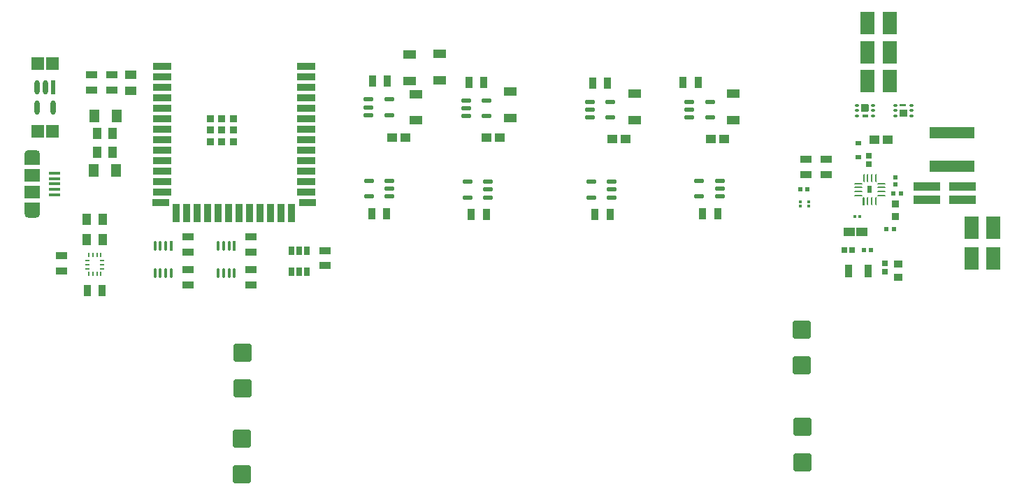
<source format=gtp>
G04*
G04 #@! TF.GenerationSoftware,Altium Limited,Altium Designer,25.8.1 (18)*
G04*
G04 Layer_Color=8421504*
%FSLAX25Y25*%
%MOIN*%
G70*
G04*
G04 #@! TF.SameCoordinates,5F6CD9CC-33C6-4A7B-A0D4-F81A13939800*
G04*
G04*
G04 #@! TF.FilePolarity,Positive*
G04*
G01*
G75*
%ADD16R,0.02019X0.03594*%
%ADD17C,0.01968*%
%ADD18R,0.06299X0.03937*%
%ADD19R,0.01575X0.01496*%
%ADD20R,0.02816X0.02648*%
%ADD21R,0.03765X0.06127*%
%ADD22R,0.01496X0.01575*%
%ADD23R,0.05241X0.03985*%
G04:AMPARAMS|DCode=24|XSize=37.68mil|YSize=9.42mil|CornerRadius=4.71mil|HoleSize=0mil|Usage=FLASHONLY|Rotation=90.000|XOffset=0mil|YOffset=0mil|HoleType=Round|Shape=RoundedRectangle|*
%AMROUNDEDRECTD24*
21,1,0.03768,0.00000,0,0,90.0*
21,1,0.02826,0.00942,0,0,90.0*
1,1,0.00942,0.00000,0.01413*
1,1,0.00942,0.00000,-0.01413*
1,1,0.00942,0.00000,-0.01413*
1,1,0.00942,0.00000,0.01413*
%
%ADD24ROUNDEDRECTD24*%
G04:AMPARAMS|DCode=25|XSize=9.42mil|YSize=37.68mil|CornerRadius=4.71mil|HoleSize=0mil|Usage=FLASHONLY|Rotation=90.000|XOffset=0mil|YOffset=0mil|HoleType=Round|Shape=RoundedRectangle|*
%AMROUNDEDRECTD25*
21,1,0.00942,0.02826,0,0,90.0*
21,1,0.00000,0.03768,0,0,90.0*
1,1,0.00942,0.01413,0.00000*
1,1,0.00942,0.01413,0.00000*
1,1,0.00942,-0.01413,0.00000*
1,1,0.00942,-0.01413,0.00000*
%
%ADD25ROUNDEDRECTD25*%
%ADD26R,0.02648X0.02631*%
%ADD27R,0.06506X0.11040*%
%ADD28R,0.05138X0.04355*%
%ADD29R,0.02362X0.02126*%
G04:AMPARAMS|DCode=30|XSize=17.72mil|YSize=11.81mil|CornerRadius=1.95mil|HoleSize=0mil|Usage=FLASHONLY|Rotation=180.000|XOffset=0mil|YOffset=0mil|HoleType=Round|Shape=RoundedRectangle|*
%AMROUNDEDRECTD30*
21,1,0.01772,0.00791,0,0,180.0*
21,1,0.01382,0.01181,0,0,180.0*
1,1,0.00390,-0.00691,0.00396*
1,1,0.00390,0.00691,0.00396*
1,1,0.00390,0.00691,-0.00396*
1,1,0.00390,-0.00691,-0.00396*
%
%ADD30ROUNDEDRECTD30*%
%ADD31R,0.03740X0.05512*%
G04:AMPARAMS|DCode=32|XSize=47.64mil|YSize=23.23mil|CornerRadius=5.81mil|HoleSize=0mil|Usage=FLASHONLY|Rotation=180.000|XOffset=0mil|YOffset=0mil|HoleType=Round|Shape=RoundedRectangle|*
%AMROUNDEDRECTD32*
21,1,0.04764,0.01161,0,0,180.0*
21,1,0.03602,0.02323,0,0,180.0*
1,1,0.01161,-0.01801,0.00581*
1,1,0.01161,0.01801,0.00581*
1,1,0.01161,0.01801,-0.00581*
1,1,0.01161,-0.01801,-0.00581*
%
%ADD32ROUNDEDRECTD32*%
G04:AMPARAMS|DCode=33|XSize=88.58mil|YSize=83.86mil|CornerRadius=6.29mil|HoleSize=0mil|Usage=FLASHONLY|Rotation=90.000|XOffset=0mil|YOffset=0mil|HoleType=Round|Shape=RoundedRectangle|*
%AMROUNDEDRECTD33*
21,1,0.08858,0.07128,0,0,90.0*
21,1,0.07600,0.08386,0,0,90.0*
1,1,0.01258,0.03564,0.03800*
1,1,0.01258,0.03564,-0.03800*
1,1,0.01258,-0.03564,-0.03800*
1,1,0.01258,-0.03564,0.03800*
%
%ADD33ROUNDEDRECTD33*%
%ADD34R,0.05512X0.03740*%
G04:AMPARAMS|DCode=35|XSize=43.31mil|YSize=23.62mil|CornerRadius=2.01mil|HoleSize=0mil|Usage=FLASHONLY|Rotation=90.000|XOffset=0mil|YOffset=0mil|HoleType=Round|Shape=RoundedRectangle|*
%AMROUNDEDRECTD35*
21,1,0.04331,0.01961,0,0,90.0*
21,1,0.03929,0.02362,0,0,90.0*
1,1,0.00402,0.00980,0.01965*
1,1,0.00402,0.00980,-0.01965*
1,1,0.00402,-0.00980,-0.01965*
1,1,0.00402,-0.00980,0.01965*
%
%ADD35ROUNDEDRECTD35*%
G04:AMPARAMS|DCode=36|XSize=49.38mil|YSize=13.22mil|CornerRadius=6.61mil|HoleSize=0mil|Usage=FLASHONLY|Rotation=270.000|XOffset=0mil|YOffset=0mil|HoleType=Round|Shape=RoundedRectangle|*
%AMROUNDEDRECTD36*
21,1,0.04938,0.00000,0,0,270.0*
21,1,0.03615,0.01322,0,0,270.0*
1,1,0.01322,0.00000,-0.01808*
1,1,0.01322,0.00000,0.01808*
1,1,0.01322,0.00000,0.01808*
1,1,0.01322,0.00000,-0.01808*
%
%ADD36ROUNDEDRECTD36*%
%ADD37R,0.04724X0.05906*%
%ADD38R,0.05906X0.06102*%
G04:AMPARAMS|DCode=39|XSize=67.21mil|YSize=24.25mil|CornerRadius=12.12mil|HoleSize=0mil|Usage=FLASHONLY|Rotation=270.000|XOffset=0mil|YOffset=0mil|HoleType=Round|Shape=RoundedRectangle|*
%AMROUNDEDRECTD39*
21,1,0.06721,0.00000,0,0,270.0*
21,1,0.04296,0.02425,0,0,270.0*
1,1,0.02425,0.00000,-0.02148*
1,1,0.02425,0.00000,0.02148*
1,1,0.02425,0.00000,0.02148*
1,1,0.02425,0.00000,-0.02148*
%
%ADD39ROUNDEDRECTD39*%
%ADD40R,0.01000X0.01900*%
%ADD41R,0.01900X0.01000*%
%ADD42R,0.05315X0.01575*%
%ADD43R,0.08900X0.03543*%
%ADD44R,0.03543X0.03543*%
%ADD45R,0.12992X0.04134*%
%ADD46R,0.02165X0.02165*%
%ADD47R,0.01843X0.01860*%
%ADD48C,0.00848*%
%ADD49R,0.02237X0.02254*%
%ADD50R,0.03661X0.03504*%
%ADD51R,0.03937X0.03543*%
%ADD52R,0.03150X0.02362*%
%ADD53R,0.02559X0.02559*%
%ADD54R,0.21654X0.05630*%
%ADD55R,0.04748X0.04166*%
%ADD56R,0.03543X0.08900*%
%ADD57R,0.08000X0.03543*%
%ADD58R,0.03963X0.05544*%
%ADD59R,0.05544X0.03963*%
%ADD60R,0.01322X0.04938*%
%ADD61R,0.02425X0.06721*%
%ADD62R,0.07480X0.05906*%
G36*
X422840Y183455D02*
X422896Y183399D01*
X422926Y183327D01*
Y183288D01*
Y182540D01*
Y182501D01*
X422896Y182428D01*
X422840Y182373D01*
X422768Y182343D01*
X420327D01*
X420255Y182373D01*
X420200Y182428D01*
X420170Y182501D01*
Y182540D01*
Y183288D01*
Y183327D01*
X420200Y183399D01*
X420255Y183455D01*
X420327Y183485D01*
X422768D01*
X422840Y183455D01*
D02*
G37*
G36*
X405108Y183297D02*
X405163Y183242D01*
X405193Y183170D01*
Y183130D01*
Y180138D01*
Y180099D01*
X405163Y180027D01*
X405108Y179971D01*
X405036Y179941D01*
X401808D01*
X401735Y179971D01*
X401680Y180027D01*
X401650Y180099D01*
Y180138D01*
Y183130D01*
Y183170D01*
X401680Y183242D01*
X401735Y183297D01*
X401808Y183327D01*
X405036D01*
X405108Y183297D01*
D02*
G37*
G36*
X423608Y180738D02*
X423663Y180683D01*
X423693Y180611D01*
Y180571D01*
Y177579D01*
Y177540D01*
X423663Y177468D01*
X423608Y177412D01*
X423536Y177382D01*
X420308D01*
X420235Y177412D01*
X420180Y177468D01*
X420150Y177540D01*
Y177579D01*
Y180571D01*
Y180611D01*
X420180Y180683D01*
X420235Y180738D01*
X420308Y180768D01*
X423536D01*
X423608Y180738D01*
D02*
G37*
G36*
X405088Y178337D02*
X405144Y178281D01*
X405174Y178209D01*
Y178170D01*
Y177422D01*
Y177383D01*
X405144Y177310D01*
X405088Y177255D01*
X405016Y177225D01*
X402575D01*
X402503Y177255D01*
X402448Y177310D01*
X402418Y177383D01*
Y177422D01*
Y178170D01*
Y178209D01*
X402448Y178281D01*
X402503Y178337D01*
X402575Y178367D01*
X405016D01*
X405088Y178337D01*
D02*
G37*
G36*
X8162Y159556D02*
X4618D01*
Y161524D01*
X8162Y161524D01*
Y159556D01*
D02*
G37*
G36*
X10130Y154437D02*
X2650D01*
Y159556D01*
X10130D01*
Y154437D01*
D02*
G37*
G36*
X403120Y138967D02*
X403253Y138835D01*
X403325Y138662D01*
Y138568D01*
Y135271D01*
X402383D01*
Y138568D01*
Y138662D01*
X402454Y138835D01*
X402587Y138967D01*
X402760Y139039D01*
X402947D01*
X403120Y138967D01*
D02*
G37*
G36*
X10130Y131209D02*
X2650D01*
Y136327D01*
X10130D01*
Y131209D01*
D02*
G37*
G36*
X8162Y129241D02*
X4619Y129241D01*
Y131209D01*
X8162D01*
Y129241D01*
D02*
G37*
D16*
X405806Y142669D02*
D03*
D17*
X5603Y159556D02*
G03*
X5603Y159556I-984J0D01*
G01*
X9146D02*
G03*
X9146Y159556I-984J0D01*
G01*
X5603Y131209D02*
G03*
X5603Y131209I-984J0D01*
G01*
X9146D02*
G03*
X9146Y131209I-984J0D01*
G01*
D18*
X186205Y194583D02*
D03*
X200705Y194784D02*
D03*
X186205Y207182D02*
D03*
X234205Y176957D02*
D03*
X200705Y207382D02*
D03*
X189205Y188256D02*
D03*
X234205Y189556D02*
D03*
X293705Y188481D02*
D03*
X340705D02*
D03*
Y175882D02*
D03*
X189205Y175658D02*
D03*
X293705Y175882D02*
D03*
D19*
X372552Y134642D02*
D03*
X376552Y134748D02*
D03*
X372552Y136855D02*
D03*
X376552Y136961D02*
D03*
D20*
X393653Y113855D02*
D03*
X397422D02*
D03*
D21*
X395796Y103855D02*
D03*
X405048D02*
D03*
D22*
X398709Y129855D02*
D03*
X400922D02*
D03*
D23*
X396091Y122355D02*
D03*
X401922D02*
D03*
D24*
X408759Y148183D02*
D03*
X402853D02*
D03*
X404822D02*
D03*
X406790D02*
D03*
X408759Y137155D02*
D03*
X406790D02*
D03*
X404822D02*
D03*
D25*
X400292Y139716D02*
D03*
X411320Y143653D02*
D03*
X400292Y141685D02*
D03*
Y143653D02*
D03*
Y145622D02*
D03*
X411320D02*
D03*
Y141685D02*
D03*
Y139716D02*
D03*
D26*
X412922Y103378D02*
D03*
Y107332D02*
D03*
D27*
X464639Y109855D02*
D03*
Y124355D02*
D03*
X415217Y194500D02*
D03*
Y208000D02*
D03*
Y222000D02*
D03*
X454204Y124355D02*
D03*
Y109855D02*
D03*
X404782Y194500D02*
D03*
Y208000D02*
D03*
Y222000D02*
D03*
D28*
X414422Y166355D02*
D03*
X408118D02*
D03*
D29*
X417922Y148556D02*
D03*
Y145154D02*
D03*
D30*
X418083Y182914D02*
D03*
X407260D02*
D03*
Y180355D02*
D03*
Y177796D02*
D03*
X399583D02*
D03*
Y180355D02*
D03*
Y182914D02*
D03*
X418083Y177796D02*
D03*
Y180355D02*
D03*
X425760Y182914D02*
D03*
Y180355D02*
D03*
Y177796D02*
D03*
D31*
X316705Y193882D02*
D03*
X221847Y193957D02*
D03*
X273563Y193382D02*
D03*
X175847Y194457D02*
D03*
X333355Y131201D02*
D03*
X281855Y130701D02*
D03*
X175496Y131201D02*
D03*
X222996Y130701D02*
D03*
X39847Y94382D02*
D03*
X32563D02*
D03*
X168213Y131201D02*
D03*
X168563Y194457D02*
D03*
X215713Y130701D02*
D03*
X274571D02*
D03*
X326071Y131201D02*
D03*
X214563Y193957D02*
D03*
X280847Y193382D02*
D03*
X323989Y193882D02*
D03*
D32*
X334296Y146941D02*
D03*
X319764Y177142D02*
D03*
X282796Y146441D02*
D03*
X272264Y177142D02*
D03*
X223796Y146441D02*
D03*
X213264Y177717D02*
D03*
X166705Y178217D02*
D03*
X176796Y146941D02*
D03*
X223796Y142701D02*
D03*
X176796Y139461D02*
D03*
X223796Y138961D02*
D03*
X282796D02*
D03*
X334296Y139461D02*
D03*
X166914D02*
D03*
X176587Y185697D02*
D03*
X213914Y138961D02*
D03*
X272914D02*
D03*
X324414Y139461D02*
D03*
X329646Y184623D02*
D03*
X223146Y185197D02*
D03*
X282146Y184623D02*
D03*
X334296Y143201D02*
D03*
X176796D02*
D03*
X329646Y177142D02*
D03*
X319764Y180882D02*
D03*
Y184623D02*
D03*
X282146Y177142D02*
D03*
X272264Y180882D02*
D03*
Y184623D02*
D03*
X223146Y177717D02*
D03*
X213264Y181457D02*
D03*
Y185197D02*
D03*
X176587Y178217D02*
D03*
X166705Y181957D02*
D03*
Y185697D02*
D03*
X324414Y146941D02*
D03*
X272914Y146441D02*
D03*
X282796Y142701D02*
D03*
X213914Y146441D02*
D03*
X166914Y146941D02*
D03*
D33*
X373205Y75945D02*
D03*
X373705Y29445D02*
D03*
X106705Y47819D02*
D03*
X106205Y6819D02*
D03*
X373205Y58819D02*
D03*
X106705Y64945D02*
D03*
X373705Y12319D02*
D03*
X106205Y23945D02*
D03*
D34*
X146174Y106322D02*
D03*
X110674Y112822D02*
D03*
X110705Y104464D02*
D03*
X44205Y190241D02*
D03*
X80705Y104464D02*
D03*
X80674Y112822D02*
D03*
X34705Y190241D02*
D03*
X20205Y103882D02*
D03*
X375422Y156997D02*
D03*
Y149713D02*
D03*
X384922Y156997D02*
D03*
Y149713D02*
D03*
X20205Y111166D02*
D03*
X44205Y197524D02*
D03*
X110674Y120105D02*
D03*
X80674D02*
D03*
X146174Y113605D02*
D03*
X34705Y197524D02*
D03*
X80705Y97180D02*
D03*
X110705D02*
D03*
D35*
X133674Y103346D02*
D03*
Y113582D02*
D03*
X129933Y103346D02*
D03*
Y113582D02*
D03*
X137414D02*
D03*
Y103346D02*
D03*
D36*
X95146Y115817D02*
D03*
X64867Y115820D02*
D03*
X69985D02*
D03*
X100264Y115817D02*
D03*
X95146Y102822D02*
D03*
X64867Y102824D02*
D03*
X67426Y115820D02*
D03*
X97705Y115817D02*
D03*
X102823Y102822D02*
D03*
X72544Y102824D02*
D03*
X97705Y102822D02*
D03*
X100264D02*
D03*
X67426Y102824D02*
D03*
X69985D02*
D03*
D37*
X46205Y151882D02*
D03*
X35926Y177733D02*
D03*
X35575Y151882D02*
D03*
X46556Y177733D02*
D03*
D38*
X16122Y202882D02*
D03*
X8992Y170382D02*
D03*
X16079D02*
D03*
X9036Y202882D02*
D03*
D39*
X12579Y191382D02*
D03*
X16319Y181929D02*
D03*
X8839Y191382D02*
D03*
Y181929D02*
D03*
D40*
X39158Y111432D02*
D03*
X33252Y102332D02*
D03*
X39158D02*
D03*
X37189D02*
D03*
X35221D02*
D03*
X33252Y111432D02*
D03*
X35221D02*
D03*
X37189D02*
D03*
D41*
X32605Y106882D02*
D03*
Y104914D02*
D03*
X39805Y108851D02*
D03*
Y104914D02*
D03*
X32605Y108851D02*
D03*
X39805Y106882D02*
D03*
D42*
X17020Y140264D02*
D03*
Y145382D02*
D03*
Y147941D02*
D03*
Y150501D02*
D03*
Y142823D02*
D03*
D43*
X137103Y201382D02*
D03*
X68205D02*
D03*
X137103Y171382D02*
D03*
X68205Y141382D02*
D03*
X137103Y196382D02*
D03*
Y191382D02*
D03*
Y176382D02*
D03*
Y166382D02*
D03*
Y161382D02*
D03*
Y156382D02*
D03*
Y151382D02*
D03*
Y146382D02*
D03*
Y141382D02*
D03*
X68205Y151382D02*
D03*
Y156382D02*
D03*
Y171382D02*
D03*
Y191382D02*
D03*
Y186382D02*
D03*
Y166382D02*
D03*
Y161382D02*
D03*
Y146382D02*
D03*
X137103Y181382D02*
D03*
Y186382D02*
D03*
X68205Y181382D02*
D03*
Y196382D02*
D03*
Y176382D02*
D03*
D44*
X102260Y176500D02*
D03*
Y165477D02*
D03*
Y170989D02*
D03*
X96748Y165477D02*
D03*
Y176500D02*
D03*
X91237D02*
D03*
Y170989D02*
D03*
X96748D02*
D03*
X91237Y165477D02*
D03*
D45*
X450000Y137752D02*
D03*
X433000D02*
D03*
Y144248D02*
D03*
X450000D02*
D03*
D46*
X420693Y140855D02*
D03*
X413650Y123855D02*
D03*
X417193D02*
D03*
X417150Y140855D02*
D03*
D47*
X376005Y142855D02*
D03*
X372838D02*
D03*
D48*
X402853Y137106D02*
D03*
D49*
X406482Y113855D02*
D03*
X402922D02*
D03*
D50*
X417922Y135886D02*
D03*
Y129823D02*
D03*
D51*
X419422Y100705D02*
D03*
Y107004D02*
D03*
D52*
X400422Y164701D02*
D03*
Y158008D02*
D03*
D53*
X405422Y154886D02*
D03*
Y158823D02*
D03*
D54*
X444922Y169760D02*
D03*
Y153855D02*
D03*
D55*
X229205Y167457D02*
D03*
X336359Y166882D02*
D03*
X184359Y167457D02*
D03*
X178051D02*
D03*
X330051Y166882D02*
D03*
X289205D02*
D03*
X282897D02*
D03*
X222897Y167457D02*
D03*
D56*
X75154Y131461D02*
D03*
X80154D02*
D03*
X85154D02*
D03*
X90154D02*
D03*
X95154D02*
D03*
X100154D02*
D03*
X115154D02*
D03*
X120154D02*
D03*
X125154D02*
D03*
X130154D02*
D03*
X105154D02*
D03*
X110154D02*
D03*
D57*
X67754Y136382D02*
D03*
X137554D02*
D03*
D58*
X39949Y118882D02*
D03*
X44705Y160382D02*
D03*
X32462Y118882D02*
D03*
Y128382D02*
D03*
X37218Y169382D02*
D03*
X39949Y128382D02*
D03*
X37218Y160382D02*
D03*
X44705Y169382D02*
D03*
D59*
X53205Y189882D02*
D03*
Y197369D02*
D03*
D60*
X102823Y115817D02*
D03*
X72544Y115820D02*
D03*
D61*
X16319Y191382D02*
D03*
D62*
X6390Y149319D02*
D03*
Y141445D02*
D03*
M02*

</source>
